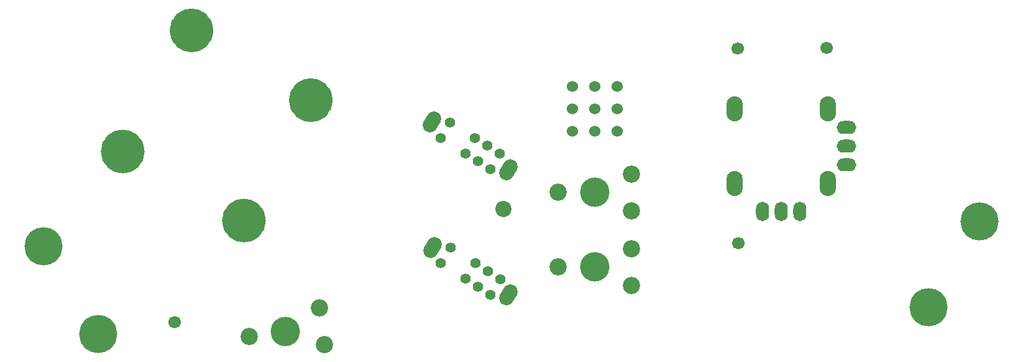
<source format=gbr>
%TF.GenerationSoftware,KiCad,Pcbnew,(6.0.5-71-gf89d5f9949)*%
%TF.CreationDate,2022-05-26T15:02:21+02:00*%
%TF.ProjectId,Vectrex Pad miniNeoGeo,56656374-7265-4782-9050-6164206d696e,1.2*%
%TF.SameCoordinates,Original*%
%TF.FileFunction,Soldermask,Bot*%
%TF.FilePolarity,Negative*%
%FSLAX46Y46*%
G04 Gerber Fmt 4.6, Leading zero omitted, Abs format (unit mm)*
G04 Created by KiCad (PCBNEW (6.0.5-71-gf89d5f9949)) date 2022-05-26 15:02:21*
%MOMM*%
%LPD*%
G01*
G04 APERTURE LIST*
G04 Aperture macros list*
%AMHorizOval*
0 Thick line with rounded ends*
0 $1 width*
0 $2 $3 position (X,Y) of the first rounded end (center of the circle)*
0 $4 $5 position (X,Y) of the second rounded end (center of the circle)*
0 Add line between two ends*
20,1,$1,$2,$3,$4,$5,0*
0 Add two circle primitives to create the rounded ends*
1,1,$1,$2,$3*
1,1,$1,$4,$5*%
G04 Aperture macros list end*
%ADD10C,3.000000*%
%ADD11C,5.200000*%
%ADD12C,1.700000*%
%ADD13C,2.200000*%
%ADD14O,1.778000X2.667000*%
%ADD15O,2.222000X3.429000*%
%ADD16O,2.667000X1.778000*%
%ADD17C,4.000000*%
%ADD18C,2.340000*%
%ADD19C,1.400000*%
%ADD20HorizOval,2.000000X0.265699X0.423561X-0.265699X-0.423561X0*%
%ADD21C,1.524000*%
G04 APERTURE END LIST*
D10*
%TO.C,SW2*%
X118797200Y-86360000D02*
G75*
G03*
X118797200Y-86360000I-1500000J0D01*
G01*
%TO.C,SW3*%
X111659800Y-60477400D02*
G75*
G03*
X111659800Y-60477400I-1500000J0D01*
G01*
%TO.C,SW1*%
X127915800Y-69977000D02*
G75*
G03*
X127915800Y-69977000I-1500000J0D01*
G01*
%TO.C,SW4*%
X102287200Y-76962000D02*
G75*
G03*
X102287200Y-76962000I-1500000J0D01*
G01*
%TD*%
D11*
%TO.C,*%
X217540000Y-86510000D03*
%TD*%
%TO.C,*%
X210590000Y-98200000D03*
%TD*%
D12*
%TO.C,*%
X107860000Y-100190000D03*
%TD*%
D13*
%TO.C,*%
X152610000Y-84750000D03*
%TD*%
D12*
%TO.C,*%
X196660000Y-62890000D03*
%TD*%
%TO.C,*%
X184650000Y-89480000D03*
%TD*%
D11*
%TO.C,*%
X97420000Y-101840000D03*
%TD*%
D12*
%TO.C,*%
X184610000Y-62910000D03*
%TD*%
D11*
%TO.C,*%
X89990000Y-89870000D03*
%TD*%
D14*
%TO.C,VR1*%
X187960000Y-85090000D03*
X190500000Y-85090000D03*
X193040000Y-85090000D03*
D15*
X196850000Y-71120000D03*
X196850000Y-81280000D03*
X184150000Y-81280000D03*
X184150000Y-71120000D03*
D16*
X199390000Y-73660000D03*
X199390000Y-76200000D03*
X199390000Y-78740000D03*
%TD*%
D17*
%TO.C,RV1*%
X165100000Y-82525000D03*
D18*
X170100000Y-85025000D03*
X160100000Y-82525000D03*
X170100000Y-80025000D03*
%TD*%
D17*
%TO.C,RV2*%
X165100000Y-92685000D03*
D18*
X170100000Y-95185000D03*
X160100000Y-92685000D03*
X170100000Y-90185000D03*
%TD*%
D19*
%TO.C,SW6*%
X152199693Y-94317990D03*
X150505449Y-93255193D03*
X148811205Y-92192396D03*
X145422718Y-90066801D03*
X150871196Y-96435795D03*
X149176953Y-95372998D03*
X147482709Y-94310200D03*
X144094221Y-92184606D03*
D20*
X142979513Y-90009767D03*
X153314401Y-96492829D03*
%TD*%
D21*
%TO.C,J1*%
X162052000Y-71120000D03*
X165100000Y-68072000D03*
X162052000Y-68072000D03*
X165100000Y-71120000D03*
X168148000Y-71120000D03*
X168148000Y-68072000D03*
X162052000Y-74168000D03*
X165100000Y-74168000D03*
X168148000Y-74168000D03*
%TD*%
D19*
%TO.C,SW5*%
X152174272Y-77241184D03*
X150480028Y-76178387D03*
X148785784Y-75115590D03*
X145397297Y-72989995D03*
X150845775Y-79358989D03*
X149151532Y-78296192D03*
X147457288Y-77233394D03*
X144068800Y-75107800D03*
D20*
X142954092Y-72932961D03*
X153288980Y-79416023D03*
%TD*%
D17*
%TO.C,RV5*%
X122970727Y-101445795D03*
D18*
X128270000Y-103225600D03*
X118019387Y-102141661D03*
X127574134Y-98274260D03*
%TD*%
M02*

</source>
